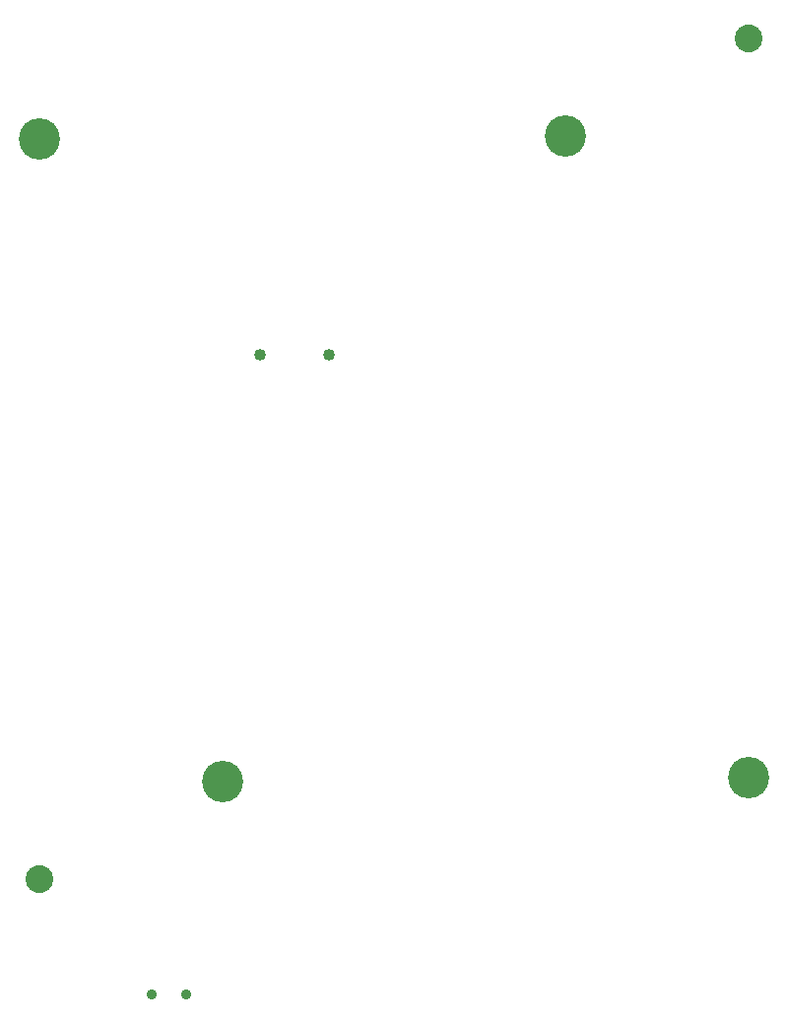
<source format=gbr>
%TF.GenerationSoftware,KiCad,Pcbnew,(5.1.6)-1*%
%TF.CreationDate,2022-10-11T16:22:45+02:00*%
%TF.ProjectId,ZumoComSystem,5a756d6f-436f-46d5-9379-7374656d2e6b,V1.2*%
%TF.SameCoordinates,Original*%
%TF.FileFunction,NonPlated,1,2,NPTH,Drill*%
%TF.FilePolarity,Positive*%
%FSLAX46Y46*%
G04 Gerber Fmt 4.6, Leading zero omitted, Abs format (unit mm)*
G04 Created by KiCad (PCBNEW (5.1.6)-1) date 2022-10-11 16:22:45*
%MOMM*%
%LPD*%
G01*
G04 APERTURE LIST*
%TA.AperFunction,ComponentDrill*%
%ADD10C,0.900000*%
%TD*%
%TA.AperFunction,ComponentDrill*%
%ADD11C,1.020000*%
%TD*%
%TA.AperFunction,ComponentDrill*%
%ADD12C,2.390000*%
%TD*%
%TA.AperFunction,ComponentDrill*%
%ADD13C,3.550000*%
%TD*%
G04 APERTURE END LIST*
D10*
%TO.C,SW1*%
X126175000Y-142650000D03*
X129175000Y-142650000D03*
D11*
%TO.C,J2*%
X135460000Y-87670000D03*
X141460000Y-87670000D03*
D12*
%TO.C,BT1*%
X116530000Y-132710000D03*
%TO.C,BT2*%
X177470000Y-60490000D03*
D13*
%TO.C,BT1*%
X116530000Y-69130000D03*
X132270000Y-124330000D03*
%TO.C,BT2*%
X161730000Y-68870000D03*
X177470000Y-124070000D03*
M02*

</source>
